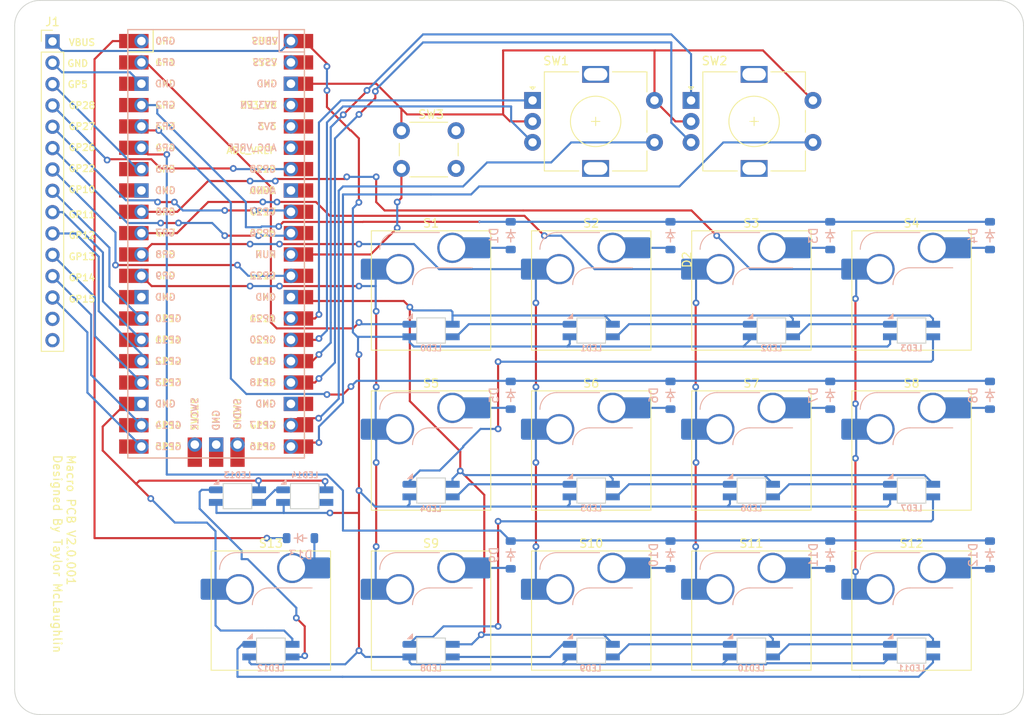
<source format=kicad_pcb>
(kicad_pcb (version 20221018) (generator pcbnew)
  (title_block (title "Macro PCB") (date "2023-12-19") (rev "2.0.001"))
  (layers (0 "F.Cu" signal) (31 "B.Cu" signal) (34 "B.Paste" user) (35 "F.Paste" user) (36 "B.SilkS" user "B.Silkscreen") (37 "F.SilkS" user "F.Silkscreen") (38 "B.Mask" user) (39 "F.Mask" user) (44 "Edge.Cuts" user))
  (net 0 "")
  (net 1 "Row 0")
  (net 2 "Net-(D1-A)")
  (net 3 "Net-(D2-A)")
  (net 4 "Net-(D3-A)")
  (net 5 "Net-(D4-A)")
  (net 6 "Row 1")
  (net 7 "Net-(D5-A)")
  (net 8 "Net-(D6-A)")
  (net 9 "Net-(D7-A)")
  (net 10 "Net-(D8-A)")
  (net 11 "Row 2")
  (net 12 "Net-(D9-A)")
  (net 13 "Net-(D10-A)")
  (net 14 "Net-(D11-A)")
  (net 15 "Net-(D12-A)")
  (net 16 "ModePin")
  (net 17 "Net-(D13-A)")
  (net 18 "GND")
  (net 19 "LED Pin")
  (net 20 "VBUS")
  (net 21 "Column 0")
  (net 22 "Column 1")
  (net 23 "Column 2")
  (net 24 "Column 3")
  (net 25 "Encoder 1 Pin A")
  (net 26 "Encoder 1 Pin B")
  (net 27 "Encoder 1 Button")
  (net 28 "Encoder 2 Pin A")
  (net 29 "Encoder 2 Pin B")
  (net 30 "Encoder 2 Button")
  (net 31 "Run")
  (net 43 "GPIO10")
  (net 44 "GPIO11")
  (net 45 "GPIO12")
  (net 46 "GPIO13")
  (net 47 "GPIO5")
  (net 48 "GPIO14")
  (net 49 "GPIO15")
  (net 50 "GPIO28")
  (net 51 "GPIO27")
  (net 52 "GPIO26")
  (net 53 "GPIO22")
  (net 56 "Net-(LED0-DOUT)")
  (net 57 "Net-(LED1-DOUT)")
  (net 58 "Net-(LED2-DOUT)")
  (net 59 "Net-(LED3-DOUT)")
  (net 60 "Net-(LED4-DOUT)")
  (net 61 "Net-(LED5-DOUT)")
  (net 62 "Net-(LED6-DOUT)")
  (net 63 "Net-(LED7-DOUT)")
  (net 64 "Net-(LED8-DOUT)")
  (net 65 "Net-(LED10-DIN)")
  (net 66 "Net-(LED10-DOUT)")
  (net 67 "Net-(LED11-DOUT)")
  (net 68 "Net-(LED13-DOUT)")
  (footprint "ScottoKeebs_Components:LED_SK6812MINI" (layer "F.Cu") (at 146.92125 57.785)
    (fp_text reference "LED2")
    (fp_text value "LED_SK6812MINI" hide)
    (fp_line (start -1.7 -1.5) (end -1.7 1.5) (stroke (width 0.12)) (layer "Edge.Cuts"))
    (fp_line (start -1.7 1.5) (end 1.7 1.5) (stroke (width 0.12)) (layer "Edge.Cuts"))
    (fp_line (start 1.7 -1.5) (end -1.7 -1.5) (stroke (width 0.12)) (layer "Edge.Cuts"))
    (fp_line (start 1.7 1.5) (end 1.7 -1.5) (stroke (width 0.12)) (layer "Edge.Cuts"))
  )
  (footprint "ScottoKeebs_Hotswap:Hotswap_MX_Plated_1.00u" (layer "F.Cu") (at 144.54 91.1225)
    (fp_text reference "S11")
    (fp_text value "Keyswitch")
  )
  (footprint "ScottoKeebs_Hotswap:Hotswap_MX_Plated_1.00u" (layer "F.Cu") (at 163.59 91.1225)
    (fp_text reference "S12")
    (fp_text value "Keyswitch")
  )
  (footprint "ScottoKeebs_Components:LED_SK6812MINI" (layer "F.Cu") (at 106.44 57.785)
    (fp_text reference "LED0")
    (fp_text value "LED_SK6812MINI" hide)
    (fp_line (start -1.7 -1.5) (end -1.7 1.5) (stroke (width 0.12)) (layer "Edge.Cuts"))
    (fp_line (start -1.7 1.5) (end 1.7 1.5) (stroke (width 0.12)) (layer "Edge.Cuts"))
    (fp_line (start 1.7 -1.5) (end -1.7 -1.5) (stroke (width 0.12)) (layer "Edge.Cuts"))
    (fp_line (start 1.7 1.5) (end 1.7 -1.5) (stroke (width 0.12)) (layer "Edge.Cuts"))
  )
  (footprint "ScottoKeebs_Components:LED_SK6812MINI" (layer "F.Cu") (at 163.59 76.835)
    (fp_text reference "LED7")
    (fp_text value "LED_SK6812MINI" hide)
    (fp_line (start -1.7 -1.5) (end -1.7 1.5) (stroke (width 0.12)) (layer "Edge.Cuts"))
    (fp_line (start -1.7 1.5) (end 1.7 1.5) (stroke (width 0.12)) (layer "Edge.Cuts"))
    (fp_line (start 1.7 -1.5) (end -1.7 -1.5) (stroke (width 0.12)) (layer "Edge.Cuts"))
    (fp_line (start 1.7 1.5) (end 1.7 -1.5) (stroke (width 0.12)) (layer "Edge.Cuts"))
  )
  (footprint "ScottoKeebs_MCU:Raspberry_Pi_Pico" (layer "F.Cu") (at 80.88125 47.46625)
    (fp_text reference "U1" hide)
    (fp_text value "Raspberry_Pi_Pico" hide)
  )
  (footprint "ScottoKeebs_Hotswap:Hotswap_MX_Plated_1.00u" (layer "F.Cu") (at 163.59 53.0225)
    (fp_text reference "S4")
    (fp_text value "Keyswitch")
  )
  (footprint "Connector_PinHeader_2.54mm:PinHeader_1x15_P2.54mm_Vertical" (layer "F.Cu") (at 61.415 23.3775)
    (fp_text reference "J1")
    (fp_text value "Conn_01x15_Pin")
  )
  (footprint "ScottoKeebs_Hotswap:Hotswap_MX_Plated_1.00u" (layer "F.Cu") (at 125.49 53.0225)
    (fp_text reference "S2")
    (fp_text value "Keyswitch")
  )
  (footprint "ScottoKeebs_Components:LED_SK6812MINI" (layer "F.Cu") (at 144.54 76.835)
    (fp_text reference "LED6")
    (fp_text value "LED_SK6812MINI" hide)
    (fp_line (start -1.7 -1.5) (end -1.7 1.5) (stroke (width 0.12)) (layer "Edge.Cuts"))
    (fp_line (start -1.7 1.5) (end 1.7 1.5) (stroke (width 0.12)) (layer "Edge.Cuts"))
    (fp_line (start 1.7 -1.5) (end -1.7 -1.5) (stroke (width 0.12)) (layer "Edge.Cuts"))
    (fp_line (start 1.7 1.5) (end 1.7 -1.5) (stroke (width 0.12)) (layer "Edge.Cuts"))
  )
  (footprint "Button_Switch_THT:SW_PUSH_6mm_H7.3mm" (layer "F.Cu") (at 102.915 33.9975)
    (fp_text reference "SW3")
    (fp_text value "SW_Push")
  )
  (footprint "ScottoKeebs_Hotswap:Hotswap_MX_Plated_1.00u" (layer "F.Cu") (at 163.59 72.0725)
    (fp_text reference "S8")
    (fp_text value "Keyswitch")
  )
  (footprint "ScottoKeebs_Components:LED_SK6812MINI" (layer "F.Cu") (at 87.39 95.885)
    (fp_text reference "LED12")
    (fp_text value "LED_SK6812MINI" hide)
    (fp_line (start -1.7 -1.5) (end -1.7 1.5) (stroke (width 0.12)) (layer "Edge.Cuts"))
    (fp_line (start -1.7 1.5) (end 1.7 1.5) (stroke (width 0.12)) (layer "Edge.Cuts"))
    (fp_line (start 1.7 -1.5) (end -1.7 -1.5) (stroke (width 0.12)) (layer "Edge.Cuts"))
    (fp_line (start 1.7 1.5) (end 1.7 -1.5) (stroke (width 0.12)) (layer "Edge.Cuts"))
  )
  (footprint "ScottoKeebs_Hotswap:Hotswap_MX_Plated_1.00u" (layer "F.Cu") (at 106.44 72.0725)
    (fp_text reference "S5")
    (fp_text value "Keyswitch")
  )
  (footprint "ScottoKeebs_Hotswap:Hotswap_MX_Plated_1.00u" (layer "F.Cu") (at 144.54 72.0725)
    (fp_text reference "S7")
    (fp_text value "Keyswitch")
  )
  (footprint "ScottoKeebs_Components:LED_SK6812MINI" (layer "F.Cu") (at 106.44 76.835)
    (fp_text reference "LED4")
    (fp_text value "LED_SK6812MINI" hide)
    (fp_line (start -1.7 -1.5) (end -1.7 1.5) (stroke (width 0.12)) (layer "Edge.Cuts"))
    (fp_line (start -1.7 1.5) (end 1.7 1.5) (stroke (width 0.12)) (layer "Edge.Cuts"))
    (fp_line (start 1.7 -1.5) (end -1.7 -1.5) (stroke (width 0.12)) (layer "Edge.Cuts"))
    (fp_line (start 1.7 1.5) (end 1.7 -1.5) (stroke (width 0.12)) (layer "Edge.Cuts"))
  )
  (footprint "ScottoKeebs_Components:LED_SK6812MINI" (layer "F.Cu") (at 125.49 76.835)
    (fp_text reference "LED5")
    (fp_text value "LED_SK6812MINI" hide)
    (fp_line (start -1.7 -1.5) (end -1.7 1.5) (stroke (width 0.12)) (layer "Edge.Cuts"))
    (fp_line (start -1.7 1.5) (end 1.7 1.5) (stroke (width 0.12)) (layer "Edge.Cuts"))
    (fp_line (start 1.7 -1.5) (end -1.7 -1.5) (stroke (width 0.12)) (layer "Edge.Cuts"))
    (fp_line (start 1.7 1.5) (end 1.7 -1.5) (stroke (width 0.12)) (layer "Edge.Cuts"))
  )
  (footprint "ScottoKeebs_Hotswap:Hotswap_MX_Plated_1.00u" (layer "F.Cu") (at 87.39 91.1225)
    (fp_text reference "S13")
    (fp_text value "Keyswitch")
  )
  (footprint "ScottoKeebs_Components:LED_SK6812MINI" (layer "F.Cu") (at 163.59 95.885)
    (fp_text reference "LED11")
    (fp_text value "LED_SK6812MINI" hide)
    (fp_line (start -1.7 -1.5) (end -1.7 1.5) (stroke (width 0.12)) (layer "Edge.Cuts"))
    (fp_line (start -1.7 1.5) (end 1.7 1.5) (stroke (width 0.12)) (layer "Edge.Cuts"))
    (fp_line (start 1.7 -1.5) (end -1.7 -1.5) (stroke (width 0.12)) (layer "Edge.Cuts"))
    (fp_line (start 1.7 1.5) (end 1.7 -1.5) (stroke (width 0.12)) (layer "Edge.Cuts"))
  )
  (footprint "ScottoKeebs_Components:LED_SK6812MINI" (layer "F.Cu") (at 163.59 57.785)
    (fp_text reference "LED3")
    (fp_text value "LED_SK6812MINI" hide)
    (fp_line (start -1.7 -1.5) (end -1.7 1.5) (stroke (width 0.12)) (layer "Edge.Cuts"))
    (fp_line (start -1.7 1.5) (end 1.7 1.5) (stroke (width 0.12)) (layer "Edge.Cuts"))
    (fp_line (start 1.7 -1.5) (end -1.7 -1.5) (stroke (width 0.12)) (layer "Edge.Cuts"))
    (fp_line (start 1.7 1.5) (end 1.7 -1.5) (stroke (width 0.12)) (layer "Edge.Cuts"))
  )
  (footprint "ScottoKeebs_Components:LED_SK6812MINI" (layer "F.Cu") (at 106.44 95.885)
    (fp_text reference "LED8")
    (fp_text value "LED_SK6812MINI" hide)
    (fp_line (start -1.7 -1.5) (end -1.7 1.5) (stroke (width 0.12)) (layer "Edge.Cuts"))
    (fp_line (start -1.7 1.5) (end 1.7 1.5) (stroke (width 0.12)) (layer "Edge.Cuts"))
    (fp_line (start 1.7 -1.5) (end -1.7 -1.5) (stroke (width 0.12)) (layer "Edge.Cuts"))
    (fp_line (start 1.7 1.5) (end 1.7 -1.5) (stroke (width 0.12)) (layer "Edge.Cuts"))
  )
  (footprint "ScottoKeebs_Components:LED_SK6812MINI" (layer "F.Cu") (at 91.415 77.4975)
    (fp_text reference "LED14")
    (fp_text value "LED_SK6812MINI" hide)
    (fp_line (start -1.7 -1.5) (end -1.7 1.5) (stroke (width 0.12)) (layer "Edge.Cuts"))
    (fp_line (start -1.7 1.5) (end 1.7 1.5) (stroke (width 0.12)) (layer "Edge.Cuts"))
    (fp_line (start 1.7 -1.5) (end -1.7 -1.5) (stroke (width 0.12)) (layer "Edge.Cuts"))
    (fp_line (start 1.7 1.5) (end 1.7 -1.5) (stroke (width 0.12)) (layer "Edge.Cuts"))
  )
  (footprint "ScottoKeebs_Hotswap:Hotswap_MX_Plated_1.00u" (layer "F.Cu") (at 106.44 91.1225)
    (fp_text reference "S9")
    (fp_text value "Keyswitch")
  )
  (footprint "ScottoKeebs_Components:LED_SK6812MINI" (layer "F.Cu") (at 144.54 95.885)
    (fp_text reference "LED10")
    (fp_text value "LED_SK6812MINI" hide)
    (fp_line (start -1.7 -1.5) (end -1.7 1.5) (stroke (width 0.12)) (layer "Edge.Cuts"))
    (fp_line (start -1.7 1.5) (end 1.7 1.5) (stroke (width 0.12)) (layer "Edge.Cuts"))
    (fp_line (start 1.7 -1.5) (end -1.7 -1.5) (stroke (width 0.12)) (layer "Edge.Cuts"))
    (fp_line (start 1.7 1.5) (end 1.7 -1.5) (stroke (width 0.12)) (layer "Edge.Cuts"))
  )
  (footprint "ScottoKeebs_Components:LED_SK6812MINI" (layer "F.Cu") (at 83.415 77.4975)
    (fp_text reference "LED13")
    (fp_text value "LED_SK6812MINI" hide)
    (fp_line (start -1.7 -1.5) (end -1.7 1.5) (stroke (width 0.12)) (layer "Edge.Cuts"))
    (fp_line (start -1.7 1.5) (end 1.7 1.5) (stroke (width 0.12)) (layer "Edge.Cuts"))
    (fp_line (start 1.7 -1.5) (end -1.7 -1.5) (stroke (width 0.12)) (layer "Edge.Cuts"))
    (fp_line (start 1.7 1.5) (end 1.7 -1.5) (stroke (width 0.12)) (layer "Edge.Cuts"))
  )
  (footprint "ScottoKeebs_Hotswap:Hotswap_MX_Plated_1.00u" (layer "F.Cu") (at 144.54 53.0225)
    (fp_text reference "S3")
    (fp_text value "Keyswitch")
  )
  (footprint "Rotary_Encoder:RotaryEncoder_Alps_EC11E-Switch_Vertical_H20mm" (layer "F.Cu") (at 118.515 30.3975)
    (fp_text reference "SW1")
    (fp_text value "RotaryEncoder_Switch")
  )
  (footprint "ScottoKeebs_Hotswap:Hotswap_MX_Plated_1.00u" (layer "F.Cu") (at 125.49 91.1225)
    (fp_text reference "S10")
    (fp_text value "Keyswitch")
  )
  (footprint "ScottoKeebs_Hotswap:Hotswap_MX_Plated_1.00u" (layer "F.Cu") (at 125.49 72.0725)
    (fp_text reference "S6")
    (fp_text value "Keyswitch")
  )
  (footprint "Rotary_Encoder:RotaryEncoder_Alps_EC11E-Switch_Vertical_H20mm" (layer "F.Cu") (at 137.365 30.3975)
    (fp_text reference "SW2")
    (fp_text value "RotaryEncoder_Switch")
  )
  (footprint "ScottoKeebs_Hotswap:Hotswap_MX_Plated_1.00u" (layer "F.Cu") (at 106.44 53.0225)
    (fp_text reference "S1")
    (fp_text value "Keyswitch")
  )
  (footprint "ScottoKeebs_Components:LED_SK6812MINI" (layer "F.Cu") (at 125.49 95.885)
    (fp_text reference "LED9")
    (fp_text value "LED_SK6812MINI" hide)
    (fp_line (start -1.7 -1.5) (end -1.7 1.5) (stroke (width 0.12)) (layer "Edge.Cuts"))
    (fp_line (start -1.7 1.5) (end 1.7 1.5) (stroke (width 0.12)) (layer "Edge.Cuts"))
    (fp_line (start 1.7 -1.5) (end -1.7 -1.5) (stroke (width 0.12)) (layer "Edge.Cuts"))
    (fp_line (start 1.7 1.5) (end 1.7 -1.5) (stroke (width 0.12)) (layer "Edge.Cuts"))
  )
  (footprint "ScottoKeebs_Components:LED_SK6812MINI" (layer "F.Cu") (at 125.49 57.785)
    (fp_text reference "LED1")
    (fp_text value "LED_SK6812MINI" hide)
    (fp_line (start -1.7 -1.5) (end -1.7 1.5) (stroke (width 0.12)) (layer "Edge.Cuts"))
    (fp_line (start -1.7 1.5) (end 1.7 1.5) (stroke (width 0.12)) (layer "Edge.Cuts"))
    (fp_line (start 1.7 -1.5) (end -1.7 -1.5) (stroke (width 0.12)) (layer "Edge.Cuts"))
    (fp_line (start 1.7 1.5) (end 1.7 -1.5) (stroke (width 0.12)) (layer "Edge.Cuts"))
  )
  (footprint "ScottoKeebs_Components:Diode_SOD-123" (layer "B.Cu") (at 115.915 65.4975 -90)
    (fp_text reference "D5")
    (fp_text value "Diode")
  )
  (footprint "ScottoKeebs_Components:Diode_SOD-123" (layer "B.Cu") (at 115.915 84.4975 -90)
    (fp_text reference "D9")
    (fp_text value "Diode")
  )
  (footprint "ScottoKeebs_Components:Diode_SOD-123" (layer "B.Cu") (at 134.915 65.4975 -90)
    (fp_text reference "D6")
    (fp_text value "Diode")
  )
  (footprint "ScottoKeebs_Components:Diode_SOD-123" (layer "B.Cu") (at 172.915 65.4975 -90)
    (fp_text reference "D8")
    (fp_text value "Diode")
  )
  (footprint "ScottoKeebs_Components:Diode_SOD-123" (layer "B.Cu") (at 153.915 65.4975 -90)
    (fp_text reference "D7")
    (fp_text value "Diode")
  )
  (footprint "ScottoKeebs_Components:Diode_SOD-123" (layer "B.Cu") (at 153.915 84.4975 -90)
    (fp_text reference "D11")
    (fp_text value "Diode")
  )
  (footprint "ScottoKeebs_Components:Diode_SOD-123" (layer "B.Cu") (at 172.915 46.4975 -90)
    (fp_text reference "D4")
    (fp_text value "Diode")
  )
  (footprint "ScottoKeebs_Components:Diode_SOD-123" (layer "B.Cu") (at 134.915 84.4975 -90)
    (fp_text reference "D10")
    (fp_text value "Diode")
  )
  (footprint "ScottoKeebs_Components:Diode_SOD-123" (layer "B.Cu") (at 90.915 82.4975)
    (fp_text reference "D13")
    (fp_text value "Diode")
  )
  (footprint "ScottoKeebs_Components:Diode_SOD-123" (layer "B.Cu") (at 172.915 84.4975 -90)
    (fp_text reference "D12")
    (fp_text value "Diode")
  )
  (footprint "ScottoKeebs_Components:Diode_SOD-123" (layer "B.Cu") (at 134.915 46.4975 -90)
    (fp_text reference "D2")
    (fp_text value "Diode")
  )
  (footprint "ScottoKeebs_Components:Diode_SOD-123" (layer "B.Cu") (at 115.915 46.4975 -90)
    (fp_text reference "D1")
    (fp_text value "Diode")
  )
  (footprint "ScottoKeebs_Components:Diode_SOD-123" (layer "B.Cu") (at 153.915 46.4975 -90)
    (fp_text reference "D3")
    (fp_text value "Diode")
  )
  (gr_arc (start 176.915 100.4975) (mid 176.03632 102.61882) (end 173.915 103.4975) (stroke (width 0.1)) (layer "Edge.Cuts"))
  (gr_line (start 176.915 21.4975) (end 176.915 100.4975) (stroke (width 0.1)) (layer "Edge.Cuts"))
  (gr_line (start 59.915 103.4975) (end 173.915 103.4975) (stroke (width 0.1)) (layer "Edge.Cuts"))
  (gr_line (start 56.915 100.4975) (end 56.915 21.4975) (stroke (width 0.1)) (layer "Edge.Cuts"))
  (gr_line (start 59.915 18.4975) (end 173.915 18.4975) (stroke (width 0.1)) (layer "Edge.Cuts"))
  (gr_arc (start 59.915 103.4975) (mid 57.79368 102.61882) (end 56.915 100.4975) (stroke (width 0.1)) (layer "Edge.Cuts"))
  (gr_arc (start 56.915 21.4975) (mid 57.79368 19.37618) (end 59.915 18.4975) (stroke (width 0.1)) (layer "Edge.Cuts"))
  (gr_arc (start 173.915 18.4975) (mid 176.03632 19.37618) (end 176.915 21.4975) (stroke (width 0.1)) (layer "Edge.Cuts"))
  (gr_text "GP12" (at 64.915 46.4575) (layer "F.SilkS") (effects (font (size 0.8 0.8))))
  (gr_text "GND" (at 64.415 25.9975) (layer "F.SilkS") (effects (font (size 0.8 0.8))))
  (gr_text "GP13" (at 64.915 48.9975) (layer "F.SilkS") (effects (font (size 0.8 0.8))))
  (gr_text "Macro PCB V2.0.001\nDesigned By Taylor McLaughlin" (at 61.415 72.4975 -90) (layer "F.SilkS") (effects (font (size 1 1)) (justify left bottom)))
  (gr_text "GP5" (at 64.415 28.4975) (layer "F.SilkS") (effects (font (size 0.8 0.8))))
  (gr_text "GP27" (at 64.915 33.4975) (layer "F.SilkS") (effects (font (size 0.8 0.8))))
  (gr_text "GP26" (at 64.915 35.9975) (layer "F.SilkS") (effects (font (size 0.8 0.8))))
  (gr_text "GP14" (at 64.915 51.4975) (layer "F.SilkS") (effects (font (size 0.8 0.8))))
  (gr_text "GP28" (at 64.915 30.9975) (layer "F.SilkS") (effects (font (size 0.8 0.8))))
  (gr_text "GP15" (at 64.915 54.0375) (layer "F.SilkS") (effects (font (size 0.8 0.8))))
  (gr_text "GP10" (at 64.915 40.9975) (layer "F.SilkS") (effects (font (size 0.8 0.8))))
  (gr_text "VBUS" (at 64.915 23.4975) (layer "F.SilkS") (effects (font (size 0.8 0.8))))
  (gr_text "GP22" (at 64.915 38.4975) (layer "F.SilkS") (effects (font (size 0.8 0.8))))
  (gr_text "GP11" (at 64.915 43.9975) (layer "F.SilkS") (effects (font (size 0.8 0.8))))
  (segment (start 112.210044 44.847) (end 112.210546 44.847502) (width 0.25) (layer "F.Cu") (net 1))
  (segment (start 88.86651 44.857738) (end 88.321748 45.4025) (width 0.25) (layer "F.Cu") (net 1))
  (segment (start 98.363727 44.847) (end 112.210044 44.847) (width 0.25) (layer "F.Cu") (net 1))
  (segment (start 98.352989 44.857738) (end 98.363727 44.847) (width 0.25) (layer "F.Cu") (net 1))
  (segment (start 98.352989 44.857738) (end 88.86651 44.857738) (width 0.25) (layer "F.Cu") (net 1))
  (via micro (at 112.210546 44.847502) (size 0.3) (drill 0.1) (layers "F.Cu" "B.Cu") (net 1))
  (via (at 88.321748 45.4025) (size 0.8) (drill 0.4) (layers "F.Cu" "B.Cu") (net 1))
  (segment (start 88.321748 45.4025) (end 86.294695 45.4025) (width 0.25) (layer "B.Cu") (net 1))
  (segment (start 112.210548 44.8475) (end 115.915 44.8475) (width 0.25) (layer "B.Cu") (net 1))
  (segment (start 84.415 42.4975) (end 73.87375 31.95625) (width 0.25) (layer "B.Cu") (net 1))
  (segment (start 73.87375 30.95625) (end 71.99125 30.95625) (width 0.25) (layer "B.Cu") (net 1))
  (segment (start 172.915 44.8475) (end 115.915 44.8475) (width 0.25) (layer "B.Cu") (net 1))
  (segment (start 86.294695 45.4025) (end 86.199695 45.4975) (width 0.25) (layer "B.Cu") (net 1))
  (segment (start 112.210546 44.847502) (end 112.210548 44.8475) (width 0.25) (layer "B.Cu") (net 1))
  (segment (start 73.87375 31.95625) (end 73.87375 30.95625) (width 0.25) (layer "B.Cu") (net 1))
  (segment (start 84.415 45.4975) (end 84.415 42.4975) (width 0.25) (layer "B.Cu") (net 1))
  (segment (start 86.199695 45.4975) (end 84.415 45.4975) (width 0.25) (layer "B.Cu") (net 1))
  (segment (start 73.875498 30.95625) (end 73.87375 30.95625) (width 0.25) (layer "B.Cu") (net 1))
  (segment (start 115.71 47.9425) (end 115.915 48.1475) (width 0.25) (layer "B.Cu") (net 2))
  (segment (start 111.76 47.9425) (end 115.71 47.9425) (width 0.25) (layer "B.Cu") (net 2))
  (segment (start 134.71 47.9425) (end 134.915 48.1475) (width 0.25) (layer "B.Cu") (net 3))
  (segment (start 130.81 47.9425) (end 134.71 47.9425) (width 0.25) (layer "B.Cu") (net 3))
  (segment (start 149.86 47.9425) (end 153.71 47.9425) (width 0.25) (layer "B.Cu") (net 4))
  (segment (start 153.71 47.9425) (end 153.915 48.1475) (width 0.25) (layer "B.Cu") (net 4))
  (segment (start 168.91 47.9425) (end 172.71 47.9425) (width 0.25) (layer "B.Cu") (net 5))
  (segment (start 172.71 47.9425) (end 172.915 48.1475) (width 0.25) (layer "B.Cu") (net 5))
  (segment (start 96.915 64.4525) (end 95.9625 65.405) (width 0.25) (layer "F.Cu") (net 6))
  (segment (start 95.9625 65.405) (end 94.0575 65.405) (width 0.25) (layer "F.Cu") (net 6))
  (segment (start 72.4675 33.9725) (end 71.99125 33.49625) (width 0.25) (layer "F.Cu") (net 6))
  (segment (start 74.055 33.9725) (end 72.4675 33.9725) (width 0.25) (layer "F.Cu") (net 6))
  (via (at 74.055 33.9725) (size 0.8) (drill 0.4) (layers "F.Cu" "B.Cu") (net 6))
  (via (at 94.0575 65.405) (size 0.8) (drill 0.4) (layers "F.Cu" "B.Cu") (net 6))
  (via (at 96.915 64.4525) (size 0.8) (drill 0.4) (layers "F.Cu" "B.Cu") (net 6))
  (segment (start 115.99 63.7725) (end 115.915 63.8475) (width 0.25) (layer "B.Cu") (net 6))
  (segment (start 172.915 63.8475) (end 172.84 63.7725) (width 0.25) (layer "B.Cu") (net 6))
  (segment (start 97.595 63.7725) (end 96.915 64.4525) (width 0.25) (layer "B.Cu") (net 6))
  (segment (start 115.84 63.7725) (end 97.595 63.7725) (width 0.25) (layer "B.Cu") (net 6))
  (segment (start 172.84 63.7725) (end 115.99 63.7725) (width 0.25) (layer "B.Cu") (net 6))
  (segment (start 115.915 63.8475) (end 115.84 63.7725) (width 0.25) (layer "B.Cu") (net 6))
  (segment (start 82.6275 63.5) (end 82.6275 42.545) (width 0.25) (layer "B.Cu") (net 6))
  (segment (start 94.0575 65.405) (end 93.99375 65.34125) (width 0.25) (layer "B.Cu") (net 6))
  (segment (start 82.6275 42.545) (end 74.055 33.9725) (width 0.25) (layer "B.Cu") (net 6))
  (segment (start 93.99375 65.34125) (end 84.46875 65.34125) (width 0.25) (layer "B.Cu") (net 6))
  (segment (start 84.46875 65.34125) (end 82.6275 63.5) (width 0.25) (layer "B.Cu") (net 6))
  (segment (start 115.76 66.9925) (end 115.915 67.1475) (width 0.25) (layer "B.Cu") (net 7))
  (segment (start 111.76 66.9925) (end 115.76 66.9925) (width 0.25) (layer "B.Cu") (net 7))
  (segment (start 134.76 66.9925) (end 134.915 67.1475) (width 0.25) (layer "B.Cu") (net 8))
  (segment (start 130.81 66.9925) (end 134.76 66.9925) (width 0.25) (layer "B.Cu") (net 8))
  (segment (start 149.86 66.9925) (end 153.76 66.9925) (width 0.25) (layer "B.Cu") (net 9))
  (segment (start 153.76 66.9925) (end 153.915 67.1475) (width 0.25) (layer "B.Cu") (net 9))
  (segment (start 168.91 66.9925) (end 172.76 66.9925) (width 0.25) (layer "B.Cu") (net 10))
  (segment (start 172.76 66.9925) (end 172.915 67.1475) (width 0.25) (layer "B.Cu") (net 10))
  (segment (start 72.785 36.83) (end 71.99125 36.03625) (width 0.25) (layer "F.Cu") (net 11))
  (segment (start 75.0075 36.83) (end 72.785 36.83) (width 0.25) (layer "F.Cu") (net 11))
  (via (at 75.0075 36.83) (size 0.8) (drill 0.4) (layers "F.Cu" "B.Cu") (net 11))
  (segment (start 172.84 82.7725) (end 115.99 82.7725) (width 0.25) (layer "B.Cu") (net 11))
  (segment (start 95.9625 76.835) (end 94.0575 74.93) (width 0.25) (layer "B.Cu") (net 11))
  (segment (start 172.915 82.8475) (end 172.84 82.7725) (width 0.25) (layer "B.Cu") (net 11))
  (segment (start 115.915 82.8475) (end 114.665 81.5975) (width 0.25) (layer "B.Cu") (net 11))
  (segment (start 75.0075 74.93) (end 75.0075 36.83) (width 0.25) (layer "B.Cu") (net 11))
  (segment (start 94.0575 74.93) (end 75.0075 74.93) (width 0.25) (layer "B.Cu") (net 11))
  (segment (start 115.99 82.7725) (end 115.915 82.8475) (width 0.25) (layer "B.Cu") (net 11))
  (segment (start 114.665 81.5975) (end 95.9625 81.5975) (width 0.25) (layer "B.Cu") (net 11))
  (segment (start 95.9625 81.5975) (end 95.9625 76.835) (width 0.25) (layer "B.Cu") (net 11))
  (segment (start 115.81 86.0425) (end 115.915 86.1475) (width 0.25) (layer "B.Cu") (net 12))
  (segment (start 111.76 86.0425) (end 115.81 86.0425) (width 0.25) (layer "B.Cu") (net 12))
  (segment (start 130.81 86.0425) (end 134.81 86.0425) (width 0.25) (layer "B.Cu") (net 13))
  (segment (start 134.81 86.0425) (end 134.915 86.1475) (width 0.25) (layer "B.Cu") (net 13))
  (segment (start 153.81 86.0425) (end 153.915 86.1475) (width 0.25) (layer "B.Cu") (net 14))
  (segment (start 149.86 86.0425) (end 153.81 86.0425) (width 0.25) (layer "B.Cu") (net 14))
  (segment (start 168.91 86.0425) (end 172.81 86.0425) (width 0.25) (layer "B.Cu") (net 15))
  (segment (start 172.81 86.0425) (end 172.915 86.1475) (width 0.25) (layer "B.Cu") (net 15))
  (segment (start 68.57625 23.33625) (end 66.415 25.4975) (width 0.25) (layer "F.Cu") (net 16))
  (segment (start 66.415 82.4975) (end 86.915 82.4975) (width 0.25) (layer "F.Cu") (net 16))
  (segment (start 71.99125 23.33625) (end 68.57625 23.33625) (width 0.25) (layer "F.Cu") (net 16))
  (segment (start 66.415 25.4975) (end 66.415 82.4975) (width 0.25) (layer "F.Cu") (net 16))
  (via (at 86.915 82.4975) (size 0.8) (drill 0.4) (layers "F.Cu" "B.Cu") (net 16))
  (segment (start 86.915 82.4975) (end 89.265 82.4975) (width 0.25) (layer "B.Cu") (net 16))
  (segment (start 92.565 82.4975) (end 92.565 85.8975) (width 0.25) (layer "B.Cu") (net 17))
  (segment (start 92.565 85.8975) (end 92.71 86.0425) (width 0.25) (layer "B.Cu") (net 17))
  (segment (start 89.77125 53.81625) (end 90.2275 54.2725) (width 0.25) (layer "F.Cu") (net 18))
  (segment (start 71.758 75.6545) (end 71.36375 76.04875) (width 0.25) (layer "F.Cu") (net 18))
  (segment (start 89.77125 28.41625) (end 99.93125 28.41625) (width 0.25) (layer "F.Cu") (net 18))
  (segment (start 85.915 75.6545) (end 71.758 75.6545) (width 0.25) (layer "F.Cu") (net 18))
  (segment (start 103.19 54.2725) (end 103.915 54.9975) (width 0.25) (layer "F.Cu") (net 18))
  (segment (start 85.915 75.6545) (end 93.757402 75.6545) (width 0.25) (layer "F.Cu") (net 18))
  (segment (start 67.3875 69.215) (end 67.3875 72.0725) (width 0.25) (layer "F.Cu") (net 18))
  (segment (start 67.3875 72.0725) (end 71.36375 76.04875) (width 0.25) (layer "F.Cu") (net 18))
  (segment (start 133.015 30.3975) (end 135.515 32.8975) (width 0.25) (layer "F.Cu") (net 18))
  (segment (start 109.915 72.188743) (end 109.915 74.4975) (width 0.25) (layer "F.Cu") (net 18))
  (segment (start 102.915 31.4) (end 103.5825 32.0675) (width 0.25) (layer "F.Cu") (net 18))
  (segment (start 115.8425 32.8975) (end 115.0125 32.0675) (width 0.25) (layer "F.Cu") (net 18))
  (segment (start 115.0125 24.4475) (end 133.11 24.4475) (width 0.25) (layer "F.Cu") (net 18))
  (segment (start 133.11 24.4475) (end 145.915 24.4475) (width 0.25) (layer "F.Cu") (net 18))
  (segment (start 118.515 32.8975) (end 115.8425 32.8975) (width 0.25) (layer "F.Cu") (net 18))
  (segment (start 93.757402 75.6545) (end 93.836201 75.733299) (width 0.25) (layer "F.Cu") (net 18))
  (segment (start 102.915 31.4) (end 102.915 33.9975) (width 0.25) (layer "F.Cu") (net 18))
  (segment (start 103.915 54.9975) (end 103.915 66.188743) (width 0.25) (layer "F.Cu") (net 18))
  (segment (start 112.77 93.6425) (end 112.415 93.9975) (width 0.25) (layer "F.Cu") (net 18))
  (segment (start 133.11 24.4475) (end 133.015 24.5425) (width 0.25) (layer "F.Cu") (net 18))
  (segment (start 71.36375 76.04875) (end 73.1025 77.7875) (width 0.25) (layer "F.Cu") (net 18))
  (segment (start 109.915 74.4975) (end 112.77 77.3525) (width 0.25) (layer "F.Cu") (net 18))
  (segment (start 135.515 32.8975) (end 137.365 32.8975) (width 0.25) (layer "F.Cu") (net 18))
  (segment (start 133.015 24.5425) (end 133.015 30.3975) (width 0.25) (layer "F.Cu") (net 18))
  (segment (start 71.99125 66.51625) (end 70.08625 66.51625) (width 0.25) (layer "F.Cu") (net 18))
  (segment (start 112.77 77.3525) (end 112.77 93.6425) (width 0.25) (layer "F.Cu") (net 18))
  (segment (start 103.915 66.188743) (end 109.915 72.188743) (width 0.25) (layer "F.Cu") (net 18))
  (segment (start 115.0125 32.0675) (end 115.0125 24.4475) (width 0.25) (layer "F.Cu") (net 18))
  (segment (start 99.93125 28.41625) (end 102.915 31.4) (width 0.25) (layer "F.Cu") (net 18))
  (segment (start 103.5825 32.0675) (end 115.0125 32.0675) (width 0.25) (layer "F.Cu") (net 18))
  (segment (start 90.2275 54.2725) (end 103.19 54.2725) (width 0.25) (layer "F.Cu") (net 18))
  (segment (start 70.08625 66.51625) (end 67.3875 69.215) (width 0.25) (layer "F.Cu") (net 18))
  (segment (start 145.915 24.4475) (end 151.865 30.3975) (width 0.25) (layer "F.Cu") (net 18))
  (via (at 93.836201 75.733299) (size 0.8) (drill 0.4) (layers "F.Cu" "B.Cu") (net 18))
  (via (at 73.1025 77.7875) (size 0.8) (drill 0.4) (layers "F.Cu" "B.Cu") (net 18))
  (via (at 109.915 74.4975) (size 0.8) (drill 0.4) (layers "F.Cu" "B.Cu") (net 18))
  (via (at 103.915 54.9975) (size 0.8) (drill 0.4) (layers "F.Cu" "B.Cu") (net 18))
  (via (at 112.415 93.9975) (size 0.8) (drill 0.4) (layers "F.Cu" "B.Cu") (net 18))
  (via (at 85.915 75.6545) (size 0.8) (drill 0.4) (layers "F.Cu" "B.Cu") (net 18))
  (segment (start 146.079277 74.9975) (end 165.129277 74.9975) (width 0.25) (layer "B.Cu") (net 18))
  (segment (start 127.079277 55.9975) (end 149.09375 55.9975) (width 0.25) (layer "B.Cu") (net 18))
  (segment (start 126.979277 93.9975) (end 128.04 95.058223) (width 0.25) (layer "B.Cu") (net 18))
  (segment (start 166.14 94.475) (end 166.14 95.135) (width 0.25) (layer "B.Cu") (net 18))
  (segment (start 166.14 76.008223) (end 166.14 76.085) (width 0.25) (layer "B.Cu") (net 18))
  (segment (start 108.99 55.9975) (end 108.99 57.035) (width 0.25) (layer "B.Cu") (net 18))
  (segment (start 78.415 80.645) (end 79.77 80.645) (width 0.25) (layer "B.Cu") (net 18))
  (segment (start 89.94 94.475) (end 89.94 95.135) (width 0.25) (layer "B.Cu") (net 18))
  (segment (start 149.09375 55.9975) (end 149.47125 56.375) (width 0.25) (layer "B.Cu") (net 18))
  (segment (start 104.315 55.3975) (end 108.815 55.3975) (width 0.25) (layer "B.Cu") (net 18))
  (segment (start 112.415 93.9975) (end 126.979277 93.9975) (width 0.25) (layer "B.Cu") (net 18))
  (segment (start 126.979277 93.9975) (end 146.6125 93.9975) (width 0.25) (layer "B.Cu") (net 18))
  (segment (start 110.415 74.9975) (end 127.6125 74.9975) (width 0.25) (layer "B.Cu") (net 18))
  (segment (start 109.915 74.4975) (end 110.415 74.9975) (width 0.25) (layer "B.Cu") (net 18))
  (segment (start 88.9625 93.4975) (end 89.94 94.475) (width 0.25) (layer "B.Cu") (net 18))
  (segment (start 165.6625 93.9975) (end 166.14 94.475) (width 0.25) (layer "B.Cu") (net 18))
  (segment (start 70.62625 27.05125) (end 71.99125 28.41625) (width 0.25) (layer "B.Cu") (net 18))
  (segment (start 165.7625 55.9975) (end 166.14 56.375) (width 0.25) (layer "B.Cu") (net 18))
  (segment (start 85.965 76.7475) (end 85.965 75.7045) (width 0.25) (layer "B.Cu") (net 18))
  (segment (start 128.04 95.058223) (end 128.04 95.135) (width 0.25) (layer "B.Cu") (net 18))
  (segment (start 73.1025 77.7875) (end 75.96 80.645) (width 0.25) (layer "B.Cu") (net 18))
  (segment (start 61.415 25.9175) (end 62.54875 27.05125) (width 0.25) (layer "B.Cu") (net 18))
  (segment (start 80.805 92.8875) (end 81.415 93.4975) (width 0.25) (layer "B.Cu") (net 18))
  (segment (start 93.836201 75.733299) (end 93.836201 76.618701) (width 0.25) (layer "B.Cu") (net 18))
  (segment (start 146.6125 93.9975) (end 165.6625 93.9975) (width 0.25) (layer "B.Cu") (net 18))
  (segment (start 80.805 88.5825) (end 80.805 92.8875) (width 0.25) (layer "B.Cu") (net 18))
  (segment (start 127.079277 55.9975) (end 128.04 56.958223) (width 0.25) (layer "B.Cu") (net 18))
  (segment (start 108.99 75.4225) (end 109.915 74.4975) (width 0.25) (layer "B.Cu") (net 18))
  (segment (start 146.079277 74.9975) (end 147.09 76.008223) (width 0.25) (layer "B.Cu") (net 18))
  (segment (start 127.6125 74.9975) (end 146.079277 74.9975) (width 0.25) (layer "B.Cu") (net 18))
  (segment (start 103.915 54.9975) (end 104.315 55.3975) (width 0.25) (layer "B.Cu") (net 18))
  (segment (start 81.415 93.4975) (end 88.9625 93.4975) (width 0.25) (layer "B.Cu") (net 18))
  (segment (start 128.04 56.958223) (end 128.04 57.035) (width 0.25) (layer "B.Cu") (net 18))
  (segment (start 149.47125 56.375) (end 149.47125 57.035) (width 0.25) (layer "B.Cu") (net 18))
  (segment (start 165.129277 74.9975) (end 166.14 76.008223) (width 0.25) (layer "B.Cu") (net 18))
  (segment (start 128.04 75.425) (end 128.04 76.085) (width 0.25) (layer "B.Cu") (net 18))
  (segment (start 111.2775 95.135) (end 108.99 95.135) (width 0.25) (layer "B.Cu") (net 18))
  (segment (start 127.6125 74.9975) (end 128.04 75.425) (width 0.25) (layer "B.Cu") (net 18))
  (segment (start 93.836201 76.618701) (end 93.965 76.7475) (width 0.25) (layer "B.Cu") (net 18))
  (segment (start 166.14 56.375) (end 166.14 57.035) (width 0.25) (layer "B.Cu") (net 18))
  (segment (start 147.09 94.475) (end 147.09 95.135) (width 0.25) (layer "B.Cu") (net 18))
  (segment (start 108.99 76.085) (end 108.99 75.4225) (width 0.25) (layer "B.Cu") (net 18))
  (segment (start 146.6125 93.9975) (end 147.09 94.475) (width 0.25) (layer "B.Cu") (net 18))
  (segment (start 149.09375 55.9975) (end 165.7625 55.9975) (width 0.25) (layer "B.Cu") (net 18))
  (segment (start 75.96 80.645) (end 78.415 80.645) (width 0.25) (layer "B.Cu") (net 18))
  (segment (start 108.99 55.9975) (end 127.079277 55.9975) (width 0.25) (layer "B.Cu") (net 18))
  (segment (start 108.815 55.3975) (end 108.99 55.5725) (width 0.25) (layer "B.Cu") (net 18))
  (segment (start 62.54875 27.05125) (end 70.62625 27.05125) (width 0.25) (layer "B.Cu") (net 18))
  (segment (start 108.99 55.5725) (end 108.99 55.9975) (width 0.25) (layer "B.Cu") (net 18))
  (segment (start 147.09 76.008223) (end 147.09 76.085) (width 0.25) (layer "B.Cu") (net 18))
  (segment (start 80.805 81.68) (end 80.805 88.5825) (width 0.25) (layer "B.Cu") (net 18))
  (segment (start 112.415 93.9975) (end 111.2775 95.135) (width 0.25) (layer "B.Cu") (net 18))
  (segment (start 79.77 80.645) (end 80.805 81.68) (width 0.25) (layer "B.Cu") (net 18))
  (segment (start 85.965 75.7045) (end 85.915 75.6545) (width 0.25) (layer "B.Cu") (net 18))
  (segment (start 88.08875 57.53125) (end 87.39 56.8325) (width 0.25) (layer "F.Cu") (net 19))
  (segment (start 87.39 56.8325) (end 87.39 40.70375) (width 0.25) (layer "F.Cu") (net 19))
  (segment (start 97.16875 57.53125) (end 88.08875 57.53125) (width 0.25) (layer "F.Cu") (net 19))
  (segment (start 87.39 40.70375) (end 72.5625 25.87625) (width 0.25) (layer "F.Cu") (net 19))
  (segment (start 97.8675 56.8325) (end 97.16875 57.53125) (width 0.25) (layer "F.Cu") (net 19))
  (segment (start 72.5625 25.87625) (end 71.99125 25.87625) (width 0.25) (layer "F.Cu") (net 19))
  (via (at 97.8675 56.8325) (size 0.8) (drill 0.4) (layers "F.Cu" "B.Cu") (net 19))
  (segment (start 98.07 57.035) (end 97.8675 56.8325) (width 0.25) (layer "B.Cu") (net 19))
  (segment (start 103.89 57.035) (end 98.07 57.035) (width 0.25) (layer "B.Cu") (net 19))
  (segment (start 89.77125 23.33625) (end 91.38125 23.33625) (width 0.25) (layer "F.Cu") (net 20))
  (segment (start 97.8675 79.4975) (end 97.8675 79.6925) (width 0.25) (layer "F.Cu") (net 20))
  (segment (start 91.415 92.9975) (end 90.415 91.9975) (width 0.25) (layer "F.Cu") (net 20))
  (segment (start 94.0575 29.21) (end 94.0575 31.187805) (width 0.25) (layer "F.Cu") (net 20))
  (segment (start 94.0575 31.187805) (end 96.842195 33.9725) (width 0.25) (layer "F.Cu") (net 20))
  (segment (start 91.415 96.4975) (end 91.415 92.9975) (width 0.25) (layer "F.Cu") (net 20))
  (segment (start 97.8675 79.4975) (end 94.415 79.4975) (width 0.25) (layer "F.Cu") (net 20))
  (segment (start 91.38125 23.33625) (end 94.0575 26.0125) (width 0.25) (layer "F.Cu") (net 20))
  (segment (start 97.8675 60.6425) (end 97.8675 76.835) (width 0.25) (layer "F.Cu") (net 20))
  (segment (start 96.842195 33.9725) (end 96.915 33.9725) (width 0.25) (layer "F.Cu") (net 20))
  (segment (start 97.8675 79.6925) (end 97.8675 95.885) (width 0.25) (layer "F.Cu") (net 20))
  (segment (start 96.915 33.9725) (end 97.855201 34.912701) (width 0.25) (layer "F.Cu") (net 20))
  (segment (start 97.8675 76.835) (end 97.8675 79.4975) (width 0.25) (layer "F.Cu") (net 20))
  (segment (start 97.855201 34.912701) (end 97.855201 42.532701) (width 0.25) (layer "F.Cu") (net 20))
  (segment (start 94.0575 26.0125) (end 94.0575 26.3525) (width 0.25) (layer "F.Cu") (net 20))
  (via (at 91.415 96.4975) (size 0.8) (drill 0.4) (layers "F.Cu" "B.Cu") (net 20))
  (via (at 94.0575 29.21) (size 0.8) (drill 0.4) (layers "F.Cu" "B.Cu") (net 20))
  (via (at 97.855201 42.532701) (size 0.8) (drill 0.4) (layers "F.Cu" "B.Cu") (net 20))
  (via (at 94.0575 26.3525) (size 0.8) (drill 0.4) (layers "F.Cu" "B.Cu") (net 20))
  (via (at 97.8675 76.835) (size 0.8) (drill 0.4) (layers "F.Cu" "B.Cu") (net 20))
  (via (at 94.415 79.4975) (size 0.8) (drill 0.4) (layers "F.Cu" "B.Cu") (net 20))
  (via (at 97.8675 60.6425) (size 0.8) (drill 0.4) (layers "F.Cu" "B.Cu") (net 20))
  (via (at 97.8675 95.885) (size 0.8) (drill 0.4) (layers "F.Cu" "B.Cu") (net 20))
  (via (at 90.415 91.9975) (size 0.8) (drill 0.4) (layers "F.Cu" "B.Cu") (net 20))
  (segment (start 90.415 90.788743) (end 84.623757 84.9975) (width 0.25) (layer "B.Cu") (net 20))
  (segment (start 103.89 96.635) (end 103.89 97.295) (width 0.25) (layer "B.Cu") (net 20))
  (segment (start 161.04 78.4325) (end 161.04 77.585) (width 0.25) (layer "B.Cu") (net 20))
  (segment (start 104.105 97.51) (end 122.065 97.51) (width 0.25) (layer "B.Cu") (net 20))
  (segment (start 144.37125 58.535) (end 144.37125 58.90625) (width 0.25) (layer "B.Cu") (net 20))
  (segment (start 90.415 91.9975) (end 90.415 90.788743) (width 0.25) (layer "B.Cu") (net 20))
  (segment (start 122.6325 59.69) (end 122.94 59.3825) (width 0.25) (layer "B.Cu") (net 20))
  (segment (start 160.7325 59.69) (end 161.04 59.3825) (width 0.25) (layer "B.Cu") (net 20))
  (segment (start 122.94 78.4325) (end 122.94 77.585) (width 0.25) (layer "B.Cu") (net 20))
  (segment (start 99.7725 78.74) (end 103.5825 78.74) (width 0.25) (layer "B.Cu") (net 20))
  (segment (start 103.89 58.535) (end 103.89 59.195) (width 0.25) (layer "B.Cu") (net 20))
  (segment (start 98.6175 96.635) (end 103.89 96.635) (width 0.25) (layer "B.Cu") (net 20))
  (segment (start 78.915 78.9975) (end 78.915 76.9975) (width 0.25) (layer "B.Cu") (net 20))
  (segment (start 96.2425 97.51) (end 85.055 97.51) (width 0.25) (layer "B.Cu") (net 20))
  (segment (start 146.291777 97.51) (end 146.415 97.386777) (width 0.25) (layer "B.Cu") (net 20))
  (segment (start 97.8675 58.535) (end 103.89 58.535) (width 0.25) (layer "B.Cu") (net 20))
  (segment (start 103.5825 78.74) (end 122.6325 78.74) (width 0.25) (layer "B.Cu") (net 20))
  (segment (start 88.915 78.2975) (end 88.865 78.2475) (width 0.25) (layer "B.Cu") (net 20))
  (segment (start 122.065 97.51) (end 141.115 97.51) (width 0.25) (layer "B.Cu") (net 20))
  (segment (start 103.5825 78.74) (end 103.89 78.4325) (width 0.25) (layer "B.Cu") (net 20))
  (segment (start 104.385 59.69) (end 122.6325 59.69) (width 0.25) (layer "B.Cu") (net 20))
  (segment (start 103.89 78.4325) (end 103.89 77.585) (width 0.25) (layer "B.Cu") (net 20))
  (segment (start 88.59625 24.51125) (end 62.54875 24.51125) (width 0.25) (layer "B.Cu") (net 20))
  (segment (start 161.04 59.3825) (end 161.04 58.535) (width 0.25) (layer "B.Cu") (net 20))
  (segment (start 97.8675 95.885) (end 98.6175 96.635) (width 0.25) (layer "B.Cu") (net 20))
  (segment (start 97.855201 42.532701) (end 97.1425 43.245402) (width 0.25) (layer "B.Cu") (net 20))
  (segment (start 62.54875 24.51125) (end 61.415 23.3775) (width 0.25) (layer "B.Cu") (net 20))
  (segment (start 141.6825 78.74) (end 141.99 78.4325) (width 0.25) (layer "B.Cu") (net 20))
  (segment (start 83.915 84.9975) (end 83.915 83.9975) (width 0.25) (layer "B.Cu") (net 20))
  (segment (start 89.77125 23.33625) (end 88.59625 24.51125) (width 0.25) (layer "B.Cu") (net 20))
  (segment (start 143.5875 59.69) (end 160.7325 59.69) (width 0.25) (layer "B.Cu") (net 20))
  (segment (start 160.7325 78.74) (end 161.04 78.4325) (width 0.25) (layer "B.Cu") (net 20))
  (segment (start 88.915 79.4975) (end 88.915 78.2975) (width 0.25) (layer "B.Cu") (net 20))
  (segment (start 79.165 76.7475) (end 80.865 76.7475) (width 0.25) (layer "B.Cu") (net 20))
  (segment (start 84.84 97.295) (end 84.84 96.635) (width 0.25) (layer "B.Cu") (net 20))
  (segment (start 144.37125 58.90625) (end 143.5875 59.69) (width 0.25) (layer "B.Cu") (net 20))
  (segment (start 97.755 58.6475) (end 97.755 60.53) (width 0.25) (layer "B.Cu") (net 20))
  (segment (start 80.915 79.4975) (end 88.915 79.4975) (width 0.25) (layer "B.Cu") (net 20))
  (segment (start 141.115 97.51) (end 141.99 96.635) (width 0.25) (layer "B.Cu") (net 20))
  (segment (start 103.89 59.195) (end 104.385 59.69) (width 0.25) (layer "B.Cu") (net 20))
  (segment (start 78.915 76.9975) (end 79.165 76.7475) (width 0.25) (layer "B.Cu") (net 20))
  (segment (start 97.8675 95.885) (end 96.2425 97.51) (width 0.25) (layer "B.Cu") (net 20))
  (segment (start 97.1425 58.0125) (end 97.665 58.535) (width 0.25) (layer "B.Cu") (net 20))
  (segment (start 122.6325 78.74) (end 122.94 78.4325) (width 0.25) (layer "B.Cu") (net 20))
  (segment (start 94.0575 26.3525) (end 94.0575 29.21) (width 0.25) (layer "B.Cu") (net 20))
  (segment (start 89.94 96.635) (end 91.2775 96.635) (width 0.25) (layer "B.Cu") (net 20))
  (segment (start 83.915 83.9975) (end 78.915 78.9975) (width 0.25) (layer "B.Cu") (net 20))
  (segment (start 103.89 97.295) (end 104.105 97.51) (width 0.25) (layer "B.Cu") (net 20))
  (segment (start 146.415 97.386777) (end 160.288223 97.386777) (width 0.25) (layer "B.Cu") (net 20))
  (segment (start 85.055 97.51) (end 84.84 97.295) (width 0.25) (layer "B.Cu") (net 20))
  (segment (start 122.065 97.51) (end 122.94 96.635) (width 0.25) (layer "B.Cu") (net 20))
  (segment (start 91.2775 96.635) (end 91.415 96.4975) (width 0.25) (layer "B.Cu") (net 20))
  (segment (start 94.415 79.4975) (end 88.915 79.4975) (width 0.25) (layer "B.Cu") (net 20))
  (segment (start 97.1425 43.245402) (end 97.1425 58.0125) (width 0.25) (layer "B.Cu") (net 20))
  (segment (start 160.288223 97.386777) (end 161.04 96.635) (width 0.25) (layer "B.Cu") (net 20))
  (segment (start 97.8675 76.835) (end 99.7725 78.74) (width 0.25) (layer "B.Cu") (net 20))
  (segment (start 141.6825 78.74) (end 160.7325 78.74) (width 0.25) (layer "B.Cu") (net 20))
  (segment (start 141.115 97.51) (end 146.291777 97.51) (width 0.25) (layer "B.Cu") (net 20))
  (segment (start 80.915 78.2975) (end 80.865 78.2475) (width 0.25) (layer "B.Cu") (net 20))
  (segment (start 97.8675 58.535) (end 97.755 58.6475) (width 0.25) (layer "B.Cu") (net 20))
  (segment (start 122.94 59.3825) (end 122.94 58.535) (width 0.25) (layer "B.Cu") (net 20))
  (segment (start 97.665 58.535) (end 97.8675 58.535) (width 0.25) (layer "B.Cu") (net 20))
  (segment (start 143.5875 59.69) (end 122.6325 59.69) (width 0.25) (layer "B.Cu") (net 20))
  (segment (start 80.915 79.4975) (end 80.915 78.2975) (width 0.25) (layer "B.Cu") (net 20))
  (segment (start 97.755 60.53) (end 97.8675 60.6425) (width 0.25) (layer "B.Cu") (net 20))
  (segment (start 84.623757 84.9975) (end 83.915 84.9975) (width 0.25) (layer "B.Cu") (net 20))
  (segment (start 141.99 78.4325) (end 141.99 77.585) (width 0.25) (layer "B.Cu") (net 20))
  (segment (start 122.6325 78.74) (end 141.6825 78.74) (width 0.25) (layer "B.Cu") (net 20))
  (segment (start 99.915 73.4975) (end 99.915 83.4975) (width 0.25) (layer "F.Cu") (net 21))
  (segment (start 99.915 55.4975) (end 99.915 64.4975) (width 0.25) (layer "F.Cu") (net 21))
  (segment (start 84.915 52.4975) (end 73.2125 52.4975) (width 0.25) (layer "F.Cu") (net 21))
  (segment (start 92.915 52.4975) (end 88.415 52.4975) (width 0.25) (layer "F.Cu") (net 21))
  (segment (start 73.2125 52.4975) (end 71.99125 51.27625) (width 0.25) (layer "F.Cu") (net 21))
  (segment (start 97.867 52.4975) (end 92.915 52.4975) (width 0.25) (layer "F.Cu") (net 21))
  (via (at 99.915 64.4975) (size 0.8) (drill 0.4) (layers "F.Cu" "B.Cu") (net 21))
  (via (at 99.915 55.4975) (size 0.8) (drill 0.4) (layers "F.Cu" "B.Cu") (net 21))
  (via (at 84.915 52.4975) (size 0.8) (drill 0.4) (layers "F.Cu" "B.Cu") (net 21))
  (via (at 88.415 52.4975) (size 0.8) (drill 0.4) (layers "F.Cu" "B.Cu") (net 21))
  (via (at 97.867 52.4975) (size 0.8) (drill 0.4) (layers "F.Cu" "B.Cu") (net 21))
  (via (at 99.915 83.4975) (size 0.8) (drill 0.4) (layers "F.Cu" "B.Cu") (net 21))
  (via (at 99.915 73.4975) (size 0.8) (drill 0.4) (layers "F.Cu" "B.Cu") (net 21))
  (segment (start 99.855 70.7825) (end 99.855 69.5325) (width 0.25) (layer "B.Cu") (net 21))
  (segment (start 99.855 83.5575) (end 99.855 88.5825) (width 0.25) (layer "B.Cu") (net 21))
  (segment (start 99.855 64.5575) (end 99.855 69.5325) (width 0.25) (layer "B.Cu") (net 21))
  (segment (start 99.855 52.4975) (end 99.855 55.4375) (width 0.25) (layer "B.Cu") (net 21))
  (segment (start 99.855 50.4825) (end 99.855 52.4975) (width 0.25) (layer "B.Cu") (net 21))
  (segment (start 99.915 73.4975) (end 99.915 70.8425) (width 0.25) (layer "B.Cu") (net 21))
  (segment (start 99.915 83.4975) (end 99.855 83.5575) (width 0.25) (layer "B.Cu") (net 21))
  (segment (start 99.915 70.8425) (end 99.855 70.7825) (width 0.25) (layer "B.Cu") (net 21))
  (segment (start 99.855 55.4375) (end 99.915 55.4975) (width 0.25) (layer "B.Cu") (net 21))
  (segment (start 99.915 64.4975) (end 99.855 64.5575) (width 0.25) (layer "B.Cu") (net 21))
  (segment (start 88.415 52.4975) (end 84.915 52.4975) (width 0.25) (layer "B.Cu") (net 21))
  (segment (start 99.855 52.4975) (end 97.867 52.4975) (width 0.25) (layer "B.Cu") (net 21))
  (segment (start 73.23 47.4975) (end 71.99125 48.73625) (width 0.25) (layer "F.Cu") (net 22))
  (segment (start 118.915 54.5075) (end 118.915 64.4975) (width 0.25) (layer "F.Cu") (net 22))
  (segment (start 97.867 47.4975) (end 88.415 47.4975) (width 0.25) (layer "F.Cu") (net 22))
  (segment (start 118.915 73.5075) (end 118.915 83.4975) (width 0.25) (layer "F.Cu") (net 22))
  (segment (start 118.905 73.4975) (end 118.915 73.5075) (width 0.25) (layer "F.Cu") (net 22))
  (segment (start 118.905 54.4975) (end 118.915 54.5075) (width 0.25) (layer "F.Cu") (net 22))
  (segment (start 84.915 47.4975) (end 73.23 47.4975) (width 0.25) (layer "F.Cu") (net 22))
  (via (at 88.415 47.4975) (size 0.8) (drill 0.4) (layers "F.Cu" "B.Cu") (net 22))
  (via (at 118.915 64.4975) (size 0.8) (drill 0.4) (layers "F.Cu" "B.Cu") (net 22))
  (via (at 118.905 54.4975) (size 0.8) (drill 0.4) (layers "F.Cu" "B.Cu") (net 22))
  (via (at 84.915 47.4975) (size 0.8) (drill 0.4) (layers "F.Cu" "B.Cu") (net 22))
  (via (at 118.915 83.4975) (size 0.8) (drill 0.4) (layers "F.Cu" "B.Cu") (net 22))
  (via (at 97.867 47.4975) (size 0.8) (drill 0.4) (layers "F.Cu" "B.Cu") (net 22))
  (via (at 118.905 73.4975) (size 0.8) (drill 0.4) (layers "F.Cu" "B.Cu") (net 22))
  (segment (start 118.905 73.4975) (end 118.905 69.5325) (width 0.25) (layer "B.Cu") (net 22))
  (segment (start 118.915 83.4975) (end 118.905 83.5075) (width 0.25) (layer "B.Cu") (net 22))
  (segment (start 118.905 83.5075) (end 118.905 88.5825) (width 0.25) (layer "B.Cu") (net 22))
  (segment (start 118.905 64.5075) (end 118.905 69.5325) (width 0.25) (layer "B.Cu") (net 22))
  (segment (start 104.915 47.9975) (end 104.415 47.4975) (width 0.25) (layer "B.Cu") (net 22))
  (segment (start 88.415 47.4975) (end 84.915 47.4975) (width 0.25) (layer "B.Cu") (net 22))
  (segment (start 107.4 50.4825) (end 104.915 47.9975) (width 0.25) (layer "B.Cu") (net 22))
  (segment (start 118.915 64.4975) (end 118.905 64.5075) (width 0.25) (layer "B.Cu") (net 22))
  (segment (start 104.415 47.4975) (end 97.867 47.4975) (width 0.25) (layer "B.Cu") (net 22))
  (segment (start 118.905 50.4825) (end 107.4 50.4825) (width 0.25) (layer "B.Cu") (net 22))
  (segment (start 118.905 54.4975) (end 118.905 50.4825) (width 0.25) (layer "B.Cu") (net 22))
  (segment (start 94.397738 44.132738) (end 92.74625 42.48125) (width 0.25) (layer "F.Cu") (net 23))
  (segment (start 117.550238 44.132738) (end 94.397738 44.132738) (width 0.25) (layer "F.Cu") (net 23))
  (segment (start 88.13075 42.48125) (end 88.1145 42.4975) (width 0.25) (layer "F.Cu") (net 23))
  (segment (start 92.74625 42.48125) (end 88.13075 42.48125) (width 0.25) (layer "F.Cu") (net 23))
  (segment (start 79.928173 42.484327) (end 76.21625 46.19625) (width 0.25) (layer "F.Cu") (net 23))
  (segment (start 137.915 54.5375) (end 137.915 64.4975) (width 0.25) (layer "F.Cu") (net 23))
  (segment (start 137.955 54.4975) (end 137.915 54.5375) (width 0.25) (layer "F.Cu") (net 23))
  (segment (start 76.21625 46.19625) (end 71.99125 46.19625) (width 0.25) (layer "F.Cu") (net 23))
  (segment (start 137.955 73.4975) (end 137.915 73.5375) (width 0.25) (layer "F.Cu") (net 23))
  (segment (start 137.915 73.5375) (end 137.915 83.4975) (width 0.25) (layer "F.Cu") (net 23))
  (segment (start 119.915 46.4975) (end 117.550238 44.132738) (width 0.25) (layer "F.Cu") (net 23))
  (segment (start 86.428173 42.484327) (end 79.928173 42.484327) (width 0.25) (layer "F.Cu") (net 23))
  (via (at 119.915 46.4975) (size 0.8) (drill 0.4) (layers "F.Cu" "B.Cu") (net 23))
  (via (at 86.428173 42.484327) (size 0.8) (drill 0.4) (layers "F.Cu" "B.Cu") (net 23))
  (via (at 137.955 54.4975) (size 0.8) (drill 0.4) (layers "F.Cu" "B.Cu") (net 23))
  (via (at 137.915 83.4975) (size 0.8) (drill 0.4) (layers "F.Cu" "B.Cu") (net 23))
  (via (at 137.915 64.4975) (size 0.8) (drill 0.4) (layers "F.Cu" "B.Cu") (net 23))
  (via (at 137.955 73.4975) (size 0.8) (drill 0.4) (layers "F.Cu" "B.Cu") (net 23))
  (via (at 88.1145 42.4975) (size 0.8) (drill 0.4) (layers "F.Cu" "B.Cu") (net 23))
  (segment (start 137.955 54.4975) (end 137.955 50.4825) (width 0.25) (layer "B.Cu") (net 23))
  (segment (start 137.955 64.5375) (end 137.955 69.5325) (width 0.25) (layer "B.Cu") (net 23))
  (segment (start 137.915 64.4975) (end 137.955 64.5375) (width 0.25) (layer "B.Cu") (net 23))
  (segment (start 121.915 46.4975) (end 119.915 46.4975) (width 0.25) (layer "B.Cu") (net 23))
  (segment (start 86.441346 42.4975) (end 86.428173 42.484327) (width 0.25) (layer "B.Cu") (net 23))
  (segment (start 88.1145 42.4975) (end 86.441346 42.4975) (width 0.25) (layer "B.Cu") (net 23))
  (segment (start 137.955 50.4825) (end 125.9 50.4825) (width 0.25) (layer "B.Cu") (net 23))
  (segment (start 125.9 50.4825) (end 121.915 46.4975) (width 0.25) (layer "B.Cu") (net 23))
  (segment (start 137.955 73.4975) (end 137.955 69.5325) (width 0.25) (layer "B.Cu") (net 23))
  (segment (start 137.955 83.5375) (end 137.955 88.5825) (width 0.25) (layer "B.Cu") (net 23))
  (segment (start 137.915 83.4975) (end 137.955 83.5375) (width 0.25) (layer "B.Cu") (net 23))
  (segment (start 76.25625 43.65625) (end 71.99125 43.65625) (width 0.25) (layer "F.Cu") (net 24))
  (segment (start 156.915 53.9975) (end 156.915 66.4975) (width 0.25) (layer "F.Cu") (net 24))
  (segment (start 140.415 46.4975) (end 137.415 43.4975) (width 0.25) (layer "F.Cu") (net 24))
  (segment (start 88.16125 39.75125) (end 87.915 39.9975) (width 0.25) (layer "F.Cu") (net 24))
  (segment (start 79.915 39.9975) (end 76.25625 43.65625) (width 0.25) (layer "F.Cu") (net 24))
  (segment (start 96.16125 39.75125) (end 88.16125 39.75125) (width 0.25) (layer "F.Cu") (net 24))
  (segment (start 99.915 42.4975) (end 99.915 39.4975) (width 0.25) (layer "F.Cu") (net 24))
  (segment (start 84.915 39.9975) (end 79.915 39.9975) (width 0.25) (layer "F.Cu") (net 24))
  (segment (start 96.415 39.4975) (end 96.16125 39.75125) (width 0.25) (layer "F.Cu") (net 24))
  (segment (start 156.915 72.9975) (end 156.915 86.4975) (width 0.25) (layer "F.Cu") (net 24))
  (segment (start 117.415 43.4975) (end 100.915 43.4975) (width 0.25) (layer "F.Cu") (net 24))
  (segment (start 100.915 43.4975) (end 99.915 42.4975) (width 0.25) (layer "F.Cu") (net 24))
  (segment (start 137.415 43.4975) (end 117.415 43.4975) (width 0.25) (layer "F.Cu") (net 24))
  (via (at 156.915 72.9975) (size 0.8) (drill 0.4) (layers "F.Cu" "B.Cu") (net 24))
  (via (at 99.915 39.4975) (size 0.8) (drill 0.4) (layers "F.Cu" "B.Cu") (net 24))
  (via (at 156.915 86.4975) (size 0.8) (drill 0.4) (layers "F.Cu" "B.Cu") (net 24))
  (via (at 84.915 39.9975) (size 0.8) (drill 0.4) (layers "F.Cu" "B.Cu") (net 24))
  (via (at 140.415 46.4975) (size 0.8) (drill 0.4) (layers "F.Cu" "B.Cu") (net 24))
  (via (at 156.915 53.9975) (size 0.8) (drill 0.4) (layers "F.Cu" "B.Cu") (net 24))
  (via (at 96.415 39.4975) (size 0.8) (drill 0.4) (layers "F.Cu" "B.Cu") (net 24))
  (via (at 87.915 39.9975) (size 0.8) (drill 0.4) (layers "F.Cu" "B.Cu") (net 24))
  (via (at 156.915 66.4975) (size 0.8) (drill 0.4) (layers "F.Cu" "B.Cu") (net 24))
  (segment (start 144.4 50.4825) (end 140.415 46.4975) (width 0.25) (layer "B.Cu") (net 24))
  (segment (start 156.915 66.4975) (end 157.005 66.5875) (width 0.25) (layer "B.Cu") (net 24))
  (segment (start 157.005 66.5875) (end 157.005 69.5325) (width 0.25) (layer "B.Cu") (net 24))
  (segment (start 99.915 39.4975) (end 96.415 39.4975) (width 0.25) (layer "B.Cu") (net 24))
  (segment (start 87.915 39.9975) (end 84.915 39.9975) (width 0.25) (layer "B.Cu") (net 24))
  (segment (start 157.005 69.5325) (end 157.005 72.9075) (width 0.25) (layer "B.Cu") (net 24))
  (segment (start 157.005 50.4825) (end 144.4 50.4825) (width 0.25) (layer "B.Cu") (net 24))
  (segment (start 157.005 53.9075) (end 157.005 50.4825) (width 0.25) (layer "B.Cu") (net 24))
  (segment (start 156.915 86.4975) (end 156.915 88.4925) (width 0.25) (layer "B.Cu") (net 24))
  (segment (start 156.915 88.4925) (end 157.005 88.5825) (width 0.25) (layer "B.Cu") (net 24))
  (segment (start 157.005 72.9075) (end 156.915 72.9975) (width 0.25) (layer "B.Cu") (net 24))
  (segment (start 156.915 53.9975) (end 157.005 53.9075) (width 0.25) (layer "B.Cu") (net 24))
  (segment (start 89.77125 56.35625) (end 92.62875 56.35625) (width 0.25) (layer "F.Cu") (net 25))
  (segment (start 92.62875 56.35625) (end 93.105 55.88) (width 0.25) (layer "F.Cu") (net 25))
  (via (at 93.105 55.88) (size 0.8) (drill 0.4) (layers "F.Cu" "B.Cu") (net 25))
  (segment (start 93.105 33.02) (end 95.7275 30.3975) (width 0.25) (layer "B.Cu") (net 25))
  (segment (start 93.105 55.88) (end 93.105 33.02) (width 0.25) (layer "B.Cu") (net 25))
  (segment (start 95.7275 30.3975) (end 118.515 30.3975) (width 0.25) (layer "B.Cu") (net 25))
  (segment (start 89.77125 58.89625) (end 92.94625 58.89625) (width 0.25) (layer "F.Cu") (net 26))
  (segment (start 92.94625 58.89625) (end 93.105 58.7375) (width 0.25) (layer "F.Cu") (net 26))
  (via (at 93.105 58.7375) (size 0.8) (drill 0.4) (layers "F.Cu" "B.Cu") (net 26))
  (segment (start 93.105 58.7375) (end 94.0575 57.785) (width 0.25) (layer "B.Cu") (net 26))
  (segment (start 115.965 31.115) (end 115.965 32.8475) (width 0.25) (layer "B.Cu") (net 26))
  (segment (start 94.0575 33.02) (end 95.9625 31.115) (width 0.25) (layer "B.Cu") (net 26))
  (segment (start 95.9625 31.115) (end 115.965 31.115) (width 0.25) (layer "B.Cu") (net 26))
  (segment (start 115.965 32.8475) (end 118.515 35.3975) (width 0.25) (layer "B.Cu") (net 26))
  (segment (start 94.0575 57.785) (end 94.0575 33.02) (width 0.25) (layer "B.Cu") (net 26))
  (segment (start 93.068951 68.226451) (end 90.601049 68.226451) (width 0.25) (layer "F.Cu") (net 27))
  (segment (start 90.601049 68.226451) (end 89.77125 69.05625) (width 0.25) (layer "F.Cu") (net 27))
  (via (at 93.068951 68.226451) (size 0.8) (drill 0.4) (layers "F.Cu" "B.Cu") (net 27))
  (segment (start 95.9625 40.64) (end 95.46 41.1425) (width 0.25) (layer "B.Cu") (net 27))
  (segment (start 133.015 35.3975) (end 123.1125 35.3975) (width 0.25) (layer "B.Cu") (net 27))
  (segment (start 95.46 41.1425) (end 95.46 65.9075) (width 0.25) (layer "B.Cu") (net 27))
  (segment (start 95.46 65.9075) (end 93.141049 68.226451) (width 0.25) (layer "B.Cu") (net 27))
  (segment (start 113.1075 37.7825) (end 110.25 40.64) (width 0.25) (layer "B.Cu") (net 27))
  (segment (start 120.7275 37.7825) (end 113.1075 37.7825) (width 0.25) (layer "B.Cu") (net 27))
  (segment (start 93.141049 68.226451) (end 93.068951 68.226451) (width 0.25) (layer "B.Cu") (net 27))
  (segment (start 123.1125 35.3975) (end 120.7275 37.7825) (width 0.25) (layer "B.Cu") (net 27))
  (segment (start 110.25 40.64) (end 95.9625 40.64) (width 0.25) (layer "B.Cu") (net 27))
  (segment (start 89.77125 61.43625) (end 92.31125 61.43625) (width 0.25) (layer "F.Cu") (net 28))
  (segment (start 92.31125 61.43625) (end 93.105 60.6425) (width 0.25) (layer "F.Cu") (net 28))
  (segment (start 95.998549 32.103549) (end 98.82 29.282098) (width 0.25) (layer "F.Cu") (net 28))
  (segment (start 98.82 29.282098) (end 98.82 29.21) (width 0.25) (layer "F.Cu") (net 28))
  (via (at 98.82 29.21) (size 0.8) (drill 0.4) (layers "F.Cu" "B.Cu") (net 28))
  (via (at 93.105 60.6425) (size 0.8) (drill 0.4) (layers "F.Cu" "B.Cu") (net 28))
  (via (at 95.998549 32.103549) (size 0.8) (drill 0.4) (layers "F.Cu" "B.Cu") (net 28))
  (segment (start 94.5075 59.24) (end 94.5075 56.8325) (width 0.25) (layer "B.Cu") (net 28))
  (segment (start 93.105 60.6425) (end 94.5075 59.24) (width 0.25) (layer "B.Cu") (net 28))
  (segment (start 94.5075 42.545) (end 94.5075 33.594598) (width 0.25) (layer "B.Cu") (net 28))
  (segment (start 94.5075 56.8325) (end 94.5075 42.545) (width 0.25) (layer "B.Cu") (net 28))
  (segment (start 105.4875 22.5425) (end 135.015 22.5425) (width 0.25) (layer "B.Cu") (net 28))
  (segment (start 137.365 24.8925) (end 137.365 30.3975) (width 0.25) (layer "B.Cu") (net 28))
  (segment (start 94.5075 33.594598) (end 95.998549 32.103549) (width 0.25) (layer "B.Cu") (net 28))
  (segment (start 135.015 22.5425) (end 137.365 24.8925) (width 0.25) (layer "B.Cu") (net 28))
  (segment (start 98.82 29.21) (end 105.4875 22.5425) (width 0.25) (layer "B.Cu") (net 28))
  (segment (start 99.812726 30.122274) (end 99.812726 29.322324) (width 0.25) (layer "F.Cu") (net 29))
  (segment (start 97.8675 32.0675) (end 99.812726 30.122274) (width 0.25) (layer "F.Cu") (net 29))
  (segment (start 92.62875 63.97625) (end 93.105 63.5) (width 0.25) (layer "F.Cu") (net 29))
  (segment (start 89.77125 63.97625) (end 92.62875 63.97625) (width 0.25) (layer "F.Cu") (net 29))
  (via (at 99.812726 29.322324) (size 0.8) (drill 0.4) (layers "F.Cu" "B.Cu") (net 29))
  (via (at 93.105 63.5) (size 0.8) (drill 0.4) (layers "F.Cu" "B.Cu") (net 29))
  (via (at 97.8675 32.0675) (size 0.8) (drill 0.4) (layers "F.Cu" "B.Cu") (net 29))
  (segment (start 95.01 61.595) (end 95.01 58.7375) (width 0.25) (layer "B.Cu") (net 29))
  (segment (start 105.4875 23.495) (end 135.015 23.495) (width 0.25) (layer "B.Cu") (net 29))
  (segment (start 95.01 58.7375) (end 95.01 42.545) (width 0.25) (layer "B.Cu") (net 29))
  (segment (start 99.812726 29.322324) (end 99.812726 29.169774) (width 0.25) (layer "B.Cu") (net 29))
  (segment (start 95.01 42.545) (end 95.01 34.925) (width 0.25) (layer "B.Cu") (net 29))
  (segment (start 93.105 63.5) (end 95.01 61.595) (width 0.25) (layer "B.Cu") (net 29))
  (segment (start 135.015 23.495) (end 135.015 33.0475) (width 0.25) (layer "B.Cu") (net 29))
  (segment (start 95.01 34.925) (end 97.8675 32.0675) (width 0.25) (layer "B.Cu") (net 29))
  (segment (start 135.015 33.0475) (end 137.365 35.3975) (width 0.25) (layer "B.Cu") (net 29))
  (segment (start 99.812726 29.169774) (end 105.4875 23.495) (width 0.25) (layer "B.Cu") (net 29))
  (segment (start 90.2475 71.12) (end 89.77125 71.59625) (width 0.25) (layer "F.Cu") (net 30))
  (segment (start 93.105 71.12) (end 90.2475 71.12) (width 0.25) (layer "F.Cu") (net 30))
  (via (at 93.105 71.12) (size 0.8) (drill 0.4) (layers "F.Cu" "B.Cu") (net 30))
  (segment (start 135.9675 40.64) (end 112.155 40.64) (width 0.25) (layer "B.Cu") (net 30))
  (segment (start 141.21 35.3975) (end 139.7775 36.83) (width 0.25) (layer "B.Cu") (net 30))
  (segment (start 101.6775 41.5925) (end 95.9625 41.5925) (width 0.25) (layer "B.Cu") (net 30))
  (segment (start 111.2025 41.5925) (end 106.44 41.5925) (width 0.25) (layer "B.Cu") (net 30))
  (segment (start 95.9625 41.5925) (end 95.9625 66.3575) (width 0.25) (layer "B.Cu") (net 30))
  (segment (start 106.44 41.5925) (end 101.6775 41.5925) (width 0.25) (layer "B.Cu") (net 30))
  (segment (start 95.9625 66.3575) (end 95.01 67.31) (width 0.25) (layer "B.Cu") (net 30))
  (segment (start 95.01 67.31) (end 93.105 69.215) (width 0.25) (layer "B.Cu") (net 30))
  (segment (start 151.865 35.3975) (end 141.21 35.3975) (width 0.25) (layer "B.Cu") (net 30))
  (segment (start 112.155 40.64) (end 111.2025 41.5925) (width 0.25) (layer "B.Cu") (net 30))
  (segment (start 139.7775 36.83) (end 135.9675 40.64) (width 0.25) (layer "B.Cu") (net 30))
  (segment (start 93.105 69.215) (end 93.105 71.12) (width 0.25) (layer "B.Cu") (net 30))
  (segment (start 102.915 41.9975) (end 102.915 38.4975) (width 0.25) (layer "F.Cu") (net 31))
  (segment (start 89.77125 48.73625) (end 92.67625 48.73625) (width 0.25) (layer "F.Cu") (net 31))
  (segment (start 102.415 42.4975) (end 102.915 41.9975) (width 0.25) (layer "F.Cu") (net 31))
  (segment (start 99.25075 48.73625) (end 102.415 45.572) (width 0.25) (layer "F.Cu") (net 31))
  (segment (start 92.67625 48.73625) (end 99.25075 48.73625) (width 0.25) (layer "F.Cu") (net 31))
  (via (at 102.415 45.572) (size 0.8) (drill 0.4) (layers "F.Cu" "B.Cu") (net 31))
  (via (at 102.415 42.4975) (size 0.8) (drill 0.4) (layers "F.Cu" "B.Cu") (net 31))
  (segment (start 102.415 45.572) (end 102.415 42.4975) (width 0.25) (layer "B.Cu") (net 31))
  (segment (start 71.99125 56.35625) (end 68.184815 52.549815) (width 0.25) (layer "B.Cu") (net 43))
  (segment (start 68.184815 47.927315) (end 61.415 41.1575) (width 0.25) (layer "B.Cu") (net 43))
  (segment (start 68.184815 52.549815) (end 68.184815 47.927315) (width 0.25) (layer "B.Cu") (net 43))
  (segment (start 62.615 43.6975) (end 67.415 48.4975) (width 0.25) (layer "B.Cu") (net 44))
  (segment (start 67.415 54.32) (end 71.99125 58.89625) (width 0.25) (layer "B.Cu") (net 44))
  (segment (start 67.415 48.4975) (end 67.415 54.32) (width 0.25) (layer "B.Cu") (net 44))
  (segment (start 61.415 43.6975) (end 62.615 43.6975) (width 0.25) (layer "B.Cu") (net 44))
  (segment (start 64.155 46.2375) (end 66.915 48.9975) (width 0.25) (layer "B.Cu") (net 45))
  (segment (start 66.915 55.481701) (end 71.99125 60.557951) (width 0.25) (layer "B.Cu") (net 45))
  (segment (start 71.99125 60.557951) (end 71.99125 61.43625) (width 0.25) (layer "B.Cu") (net 45))
  (segment (start 66.915 48.9975) (end 66.915 55.481701) (width 0.25) (layer "B.Cu") (net 45))
  (segment (start 61.415 46.2375) (end 64.155 46.2375) (width 0.25) (layer "B.Cu") (net 45))
  (segment (start 66.465 53.8275) (end 66.465 58.45) (width 0.25) (layer "B.Cu") (net 46))
  (segment (start 66.465 58.45) (end 71.99125 63.97625) (width 0.25) (layer "B.Cu") (net 46))
  (segment (start 61.415 48.7775) (end 66.465 53.8275) (width 0.25) (layer "B.Cu") (net 46))
  (segment (start 71.53375 38.57625) (end 71.99125 38.57625) (width 0.25) (layer "B.Cu") (net 47))
  (segment (start 61.415 28.4575) (end 71.53375 38.57625) (width 0.25) (layer "B.Cu") (net 47))
  (segment (start 66.015 63.08) (end 71.99125 69.05625) (width 0.25) (layer "B.Cu") (net 48))
  (segment (start 61.415 51.3175) (end 66.015 55.9175) (width 0.25) (layer "B.Cu") (net 48))
  (segment (start 66.015 55.9175) (end 66.015 63.08) (width 0.25) (layer "B.Cu") (net 48))
  (segment (start 65.565 58.0075) (end 65.565 65.17) (width 0.25) (layer "B.Cu") (net 49))
  (segment (start 61.415 53.8575) (end 65.565 58.0075) (width 0.25) (layer "B.Cu") (net 49))
  (segment (start 65.565 65.17) (end 71.99125 71.59625) (width 0.25) (layer "B.Cu") (net 49))
  (segment (start 82.915 38.4975) (end 74.2625 38.4975) (width 0.25) (layer "F.Cu") (net 50))
  (segment (start 73.16625 37.40125) (end 68.01125 37.40125) (width 0.25) (layer "F.Cu") (net 50))
  (segment (start 74.2625 38.4975) (end 73.16625 37.40125) (width 0.25) (layer "F.Cu") (net 50))
  (segment (start 68.01125 37.40125) (end 67.915 37.4975) (width 0.25) (layer "F.Cu") (net 50))
  (via (at 82.915 38.4975) (size 0.8) (drill 0.4) (layers "F.Cu" "B.Cu") (net 50))
  (via (at 67.915 37.4975) (size 0.8) (drill 0.4) (layers "F.Cu" "B.Cu") (net 50))
  (segment (start 89.77125 38.57625) (end 82.99375 38.57625) (width 0.25) (layer "B.Cu") (net 50))
  (segment (start 67.915 37.4975) (end 61.415 30.9975) (width 0.25) (layer "B.Cu") (net 50))
  (segment (start 82.99375 38.57625) (end 82.915 38.4975) (width 0.25) (layer "B.Cu") (net 50))
  (segment (start 81.903 43.4975) (end 85.415 43.4975) (width 0.25) (layer "F.Cu") (net 51))
  (segment (start 73.915 42.4975) (end 75.915 42.4975) (width 0.25) (layer "F.Cu") (net 51))
  (via (at 73.915 42.4975) (size 0.8) (drill 0.4) (layers "F.Cu" "B.Cu") (net 51))
  (via (at 75.915 42.4975) (size 0.8) (drill 0.4) (layers "F.Cu" "B.Cu") (net 51))
  (via (at 81.903 43.4975) (size 0.8) (drill 0.4) (layers "F.Cu" "B.Cu") (net 51))
  (via (at 85.415 43.4975) (size 0.8) (drill 0.4) (layers "F.Cu" "B.Cu") (net 51))
  (segment (start 73.70875 42.29125) (end 73.915 42.4975) (width 0.25) (layer "B.Cu") (net 51))
  (segment (start 61.415 33.5375) (end 70.16875 42.29125) (width 0.25) (layer "B.Cu") (net 51))
  (segment (start 85.415 43.4975) (end 89.6125 43.4975) (width 0.25) (layer "B.Cu") (net 51))
  (segment (start 89.6125 43.4975) (end 89.77125 43.65625) (width 0.25) (layer "B.Cu") (net 51))
  (segment (start 75.915 42.4975) (end 76.915 43.4975) (width 0.25) (layer "B.Cu") (net 51))
  (segment (start 76.915 43.4975) (end 81.903 43.4975) (width 0.25) (layer "B.Cu") (net 51))
  (segment (start 70.16875 42.29125) (end 73.70875 42.29125) (width 0.25) (layer "B.Cu") (net 51))
  (segment (start 74.283 44.9975) (end 76.390402 44.9975) (width 0.25) (layer "F.Cu") (net 52))
  (segment (start 76.390402 44.9975) (end 76.402701 44.985201) (width 0.25) (layer "F.Cu") (net 52))
  (segment (start 81.903 46.4975) (end 85.915 46.4975) (width 0.25) (layer "F.Cu") (net 52))
  (via (at 85.915 46.4975) (size 0.8) (drill 0.4) (layers "F.Cu" "B.Cu") (net 52))
  (via (at 81.903 46.4975) (size 0.8) (drill 0.4) (layers "F.Cu" "B.Cu") (net 52))
  (via (at 76.402701 44.985201) (size 0.8) (drill 0.4) (layers "F.Cu" "B.Cu") (net 52))
  (via (at 74.283 44.9975) (size 0.8) (drill 0.4) (layers "F.Cu" "B.Cu") (net 52))
  (segment (start 76.402701 44.985201) (end 80.402701 44.985201) (width 0.25) (layer "B.Cu") (net 52))
  (segment (start 80.402701 44.985201) (end 81.415 45.9975) (width 0.25) (layer "B.Cu") (net 52))
  (segment (start 85.915 46.4975) (end 89.47 46.4975) (width 0.25) (layer "B.Cu") (net 52))
  (segment (start 81.903 46.4855) (end 81.903 46.4975) (width 0.25) (layer "B.Cu") (net 52))
  (segment (start 61.415 36.0775) (end 70.335 44.9975) (width 0.25) (layer "B.Cu") (net 52))
  (segment (start 89.47 46.4975) (end 89.77125 46.19625) (width 0.25) (layer "B.Cu") (net 52))
  (segment (start 81.415 45.9975) (end 81.903 46.4855) (width 0.25) (layer "B.Cu") (net 52))
  (segment (start 70.335 44.9975) (end 74.283 44.9975) (width 0.25) (layer "B.Cu") (net 52))
  (segment (start 68.914818 49.9975) (end 68.909815 50.002503) (width 0.25) (layer "F.Cu") (net 53))
  (segment (start 83.415 49.9975) (end 68.914818 49.9975) (width 0.25) (layer "F.Cu") (net 53))
  (via (at 68.909815 50.002503) (size 0.8) (drill 0.4) (layers "F.Cu" "B.Cu") (net 53))
  (via (at 83.415 49.9975) (size 0.8) (drill 0.4) (layers "F.Cu" "B.Cu") (net 53))
  (segment (start 89.77125 51.27625) (end 84.69375 51.27625) (width 0.25) (layer "B.Cu") (net 53))
  (segment (start 84.69375 51.27625) (end 83.415 49.9975) (width 0.25) (layer "B.Cu") (net 53))
  (segment (start 68.909815 50.002503) (end 68.909815 46.112315) (width 0.25) (layer "B.Cu") (net 53))
  (segment (start 68.909815 46.112315) (end 61.415 38.6175) (width 0.25) (layer "B.Cu") (net 53))
  (segment (start 109.43 58.535) (end 110.93 57.035) (width 0.25) (layer "B.Cu") (net 56))
  (segment (start 108.99 58.535) (end 109.43 58.535) (width 0.25) (layer "B.Cu") (net 56))
  (segment (start 110.93 57.035) (end 122.94 57.035) (width 0.25) (layer "B.Cu") (net 56))
  (segment (start 128.04 58.535) (end 128.48 58.535) (width 0.25) (layer "B.Cu") (net 57))
  (segment (start 128.48 58.535) (end 129.98 57.035) (width 0.25) (layer "B.Cu") (net 57))
  (segment (start 129.98 57.035) (end 144.37125 57.035) (width 0.25) (layer "B.Cu") (net 57))
  (segment (start 149.91125 58.535) (end 151.41125 57.035) (width 0.25) (layer "B.Cu") (net 58))
  (segment (start 151.41125 57.035) (end 161.04 57.035) (width 0.25) (layer "B.Cu") (net 58))
  (segment (start 149.47125 58.535) (end 149.91125 58.535) (width 0.25) (layer "B.Cu") (net 58))
  (segment (start 114.415 69.4975) (end 114.415 61.4975) (width 0.25) (layer "F.Cu") (net 59))
  (via (at 114.415 69.4975) (size 0.8) (drill 0.4) (layers "F.Cu" "B.Cu") (net 59))
  (via (at 114.415 61.4975) (size 0.8) (drill 0.4) (layers "F.Cu" "B.Cu") (net 59))
  (segment (start 103.89 76.085) (end 103.89 75.675) (width 0.25) (layer "B.Cu") (net 59))
  (segment (start 110.27 71.554733) (end 112.327233 69.4975) (width 0.25) (layer "B.Cu") (net 59))
  (segment (start 103.89 75.675) (end 105.1175 74.4475) (width 0.25) (layer "B.Cu") (net 59))
  (segment (start 166.14 58.535) (end 166.14 61.2725) (width 0.25) (layer "B.Cu") (net 59))
  (segment (start 112.327233 69.4975) (end 114.415 69.4975) (width 0.25) (layer "B.Cu") (net 59))
  (segment (start 166.14 61.2725) (end 165.915 61.4975) (width 0.25) (layer "B.Cu") (net 59))
  (segment (start 110.27 71.6425) (end 110.27 71.554733) (width 0.25) (layer "B.Cu") (net 59))
  (segment (start 114.415 61.4975) (end 165.915 61.4975) (width 0.25) (layer "B.Cu") (net 59))
  (segment (start 105.1175 74.4475) (end 107.465 74.4475) (width 0.25) (layer "B.Cu") (net 59))
  (segment (start 107.465 74.4475) (end 110.27 71.6425) (width 0.25) (layer "B.Cu") (net 59))
  (segment (start 109.43 77.585) (end 110.93 76.085) (width 0.25) (layer "B.Cu") (net 60))
  (segment (start 110.93 76.085) (end 122.94 76.085) (width 0.25) (layer "B.Cu") (net 60))
  (segment (start 108.99 77.585) (end 109.43 77.585) (width 0.25) (layer "B.Cu") (net 60))
  (segment (start 128.48 77.585) (end 129.98 76.085) (width 0.25) (layer "B.Cu") (net 61))
  (segment (start 129.98 76.085) (end 141.99 76.085) (width 0.25) (layer "B.Cu") (net 61))
  (segment (start 128.04 77.585) (end 128.48 77.585) (width 0.25) (layer "B.Cu") (net 61))
  (segment (start 147.53 77.585) (end 149.03 76.085) (width 0.25) (layer "B.Cu") (net 62))
  (segment (start 149.03 76.085) (end 161.04 76.085) (width 0.25) (layer "B.Cu") (net 62))
  (segment (start 147.09 77.585) (end 147.53 77.585) (width 0.25) (layer "B.Cu") (net 62))
  (segment (start 114.415 80.4975) (end 114.415 92.9975) (width 0.25) (layer "F.Cu") (net 63))
  (via (at 114.415 92.9975) (size 0.8) (drill 0.4) (layers "F.Cu" "B.Cu") (net 63))
  (via (at 114.415 80.4975) (size 0.8) (drill 0.4) (layers "F.Cu" "B.Cu") (net 63))
  (segment (start 114.415 92.9975) (end 107.923757 92.9975) (width 0.25) (layer "B.Cu") (net 63))
  (segment (start 106.661257 94.26) (end 104.688223 94.26) (width 0.25) (layer "B.Cu") (net 63))
  (segment (start 103.89 95.058223) (end 103.89 95.135) (width 0.25) (layer "B.Cu") (net 63))
  (segment (start 165.915 80.4975) (end 114.415 80.4975) (width 0.25) (layer "B.Cu") (net 63))
  (segment (start 166.14 80.2725) (end 165.915 80.4975) (width 0.25) (layer "B.Cu") (net 63))
  (segment (start 166.14 77.585) (end 166.14 80.2725) (width 0.25) (layer "B.Cu") (net 63))
  (segment (start 104.688223 94.26) (end 103.89 95.058223) (width 0.25) (layer "B.Cu") (net 63))
  (segment (start 107.923757 92.9975) (end 106.661257 94.26) (width 0.25) (layer "B.Cu") (net 63))
  (segment (start 122.09 95.135) (end 122.94 95.135) (width 0.25) (layer "B.Cu") (net 64))
  (segment (start 108.99 96.635) (end 120.59 96.635) (width 0.25) (layer "B.Cu") (net 64))
  (segment (start 120.59 96.635) (end 122.09 95.135) (width 0.25) (layer "B.Cu") (net 64))
  (segment (start 128.04 96.635) (end 128.48 96.635) (width 0.25) (layer "B.Cu") (net 65))
  (segment (start 128.48 96.635) (end 129.98 95.135) (width 0.25) (layer "B.Cu") (net 65))
  (segment (start 129.98 95.135) (end 141.99 95.135) (width 0.25) (layer "B.Cu") (net 65))
  (segment (start 147.09 96.635) (end 147.53 96.635) (width 0.25) (layer "B.Cu") (net 66))
  (segment (start 147.53 96.635) (end 149.03 95.135) (width 0.25) (layer "B.Cu") (net 66))
  (segment (start 149.03 95.135) (end 161.04 95.135) (width 0.25) (layer "B.Cu") (net 66))
  (segment (start 95.915 98.9975) (end 83.415 98.9975) (width 0.25) (layer "B.Cu") (net 67))
  (segment (start 83.415 95.71) (end 83.99 95.135) (width 0.25) (layer "B.Cu") (net 67))
  (segment (start 166.14 96.635) (end 166.14 97.295) (width 0.25) (layer "B.Cu") (net 67))
  (segment (start 166.14 97.295) (end 164.4375 98.9975) (width 0.25) (layer "B.Cu") (net 67))
  (segment (start 157.415 98.9975) (end 95.915 98.9975) (width 0.25) (layer "B.Cu") (net 67))
  (segment (start 164.4375 98.9975) (end 157.415 98.9975) (width 0.25) (layer "B.Cu") (net 67))
  (segment (start 83.415 98.9975) (end 83.415 95.71) (width 0.25) (layer "B.Cu") (net 67))
  (segment (start 83.99 95.135) (end 84.84 95.135) (width 0.25) (layer "B.Cu") (net 67))
  (segment (start 86.405 78.2475) (end 87.905 76.7475) (width 0.25) (layer "B.Cu") (net 68))
  (segment (start 85.965 78.2475) (end 86.405 78.2475) (width 0.25) (layer "B.Cu") (net 68))
  (segment (start 87.905 76.7475) (end 88.865 76.7475) (width 0.25) (layer "B.Cu") (net 68))
)
</source>
